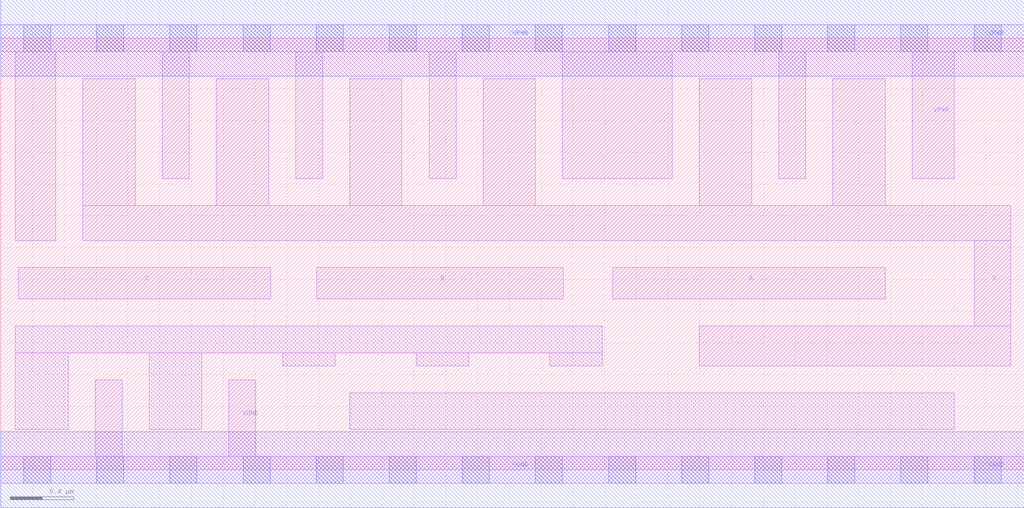
<source format=lef>
# Copyright 2020 The SkyWater PDK Authors
#
# Licensed under the Apache License, Version 2.0 (the "License");
# you may not use this file except in compliance with the License.
# You may obtain a copy of the License at
#
#     https://www.apache.org/licenses/LICENSE-2.0
#
# Unless required by applicable law or agreed to in writing, software
# distributed under the License is distributed on an "AS IS" BASIS,
# WITHOUT WARRANTIES OR CONDITIONS OF ANY KIND, either express or implied.
# See the License for the specific language governing permissions and
# limitations under the License.
#
# SPDX-License-Identifier: Apache-2.0

VERSION 5.7 ;
  NAMESCASESENSITIVE ON ;
  NOWIREEXTENSIONATPIN ON ;
  DIVIDERCHAR "/" ;
  BUSBITCHARS "[]" ;
UNITS
  DATABASE MICRONS 200 ;
END UNITS
MACRO sky130_fd_sc_hd__nand3_4
  CLASS CORE ;
  SOURCE USER ;
  FOREIGN sky130_fd_sc_hd__nand3_4 ;
  ORIGIN  0.000000  0.000000 ;
  SIZE  6.440000 BY  2.720000 ;
  SYMMETRY X Y R90 ;
  SITE unithd ;
  PIN A
    ANTENNAGATEAREA  0.990000 ;
    DIRECTION INPUT ;
    USE SIGNAL ;
    PORT
      LAYER li1 ;
        RECT 3.850000 1.075000 5.565000 1.275000 ;
    END
  END A
  PIN B
    ANTENNAGATEAREA  0.990000 ;
    DIRECTION INPUT ;
    USE SIGNAL ;
    PORT
      LAYER li1 ;
        RECT 1.990000 1.075000 3.540000 1.275000 ;
    END
  END B
  PIN C
    ANTENNAGATEAREA  0.990000 ;
    DIRECTION INPUT ;
    USE SIGNAL ;
    PORT
      LAYER li1 ;
        RECT 0.110000 1.075000 1.700000 1.275000 ;
    END
  END C
  PIN Y
    ANTENNADIFFAREA  1.971000 ;
    DIRECTION OUTPUT ;
    USE SIGNAL ;
    PORT
      LAYER li1 ;
        RECT 0.515000 1.445000 6.355000 1.665000 ;
        RECT 0.515000 1.665000 0.845000 2.465000 ;
        RECT 1.355000 1.665000 1.685000 2.465000 ;
        RECT 2.195000 1.665000 2.525000 2.465000 ;
        RECT 3.035000 1.665000 3.365000 2.465000 ;
        RECT 4.395000 0.655000 6.355000 0.905000 ;
        RECT 4.395000 1.665000 4.725000 2.465000 ;
        RECT 5.235000 1.665000 5.565000 2.465000 ;
        RECT 6.125000 0.905000 6.355000 1.445000 ;
    END
  END Y
  PIN VGND
    DIRECTION INOUT ;
    SHAPE ABUTMENT ;
    USE GROUND ;
    PORT
      LAYER li1 ;
        RECT 0.000000 -0.085000 6.440000 0.085000 ;
        RECT 0.595000  0.085000 0.765000 0.565000 ;
        RECT 1.435000  0.085000 1.605000 0.565000 ;
      LAYER mcon ;
        RECT 0.145000 -0.085000 0.315000 0.085000 ;
        RECT 0.605000 -0.085000 0.775000 0.085000 ;
        RECT 1.065000 -0.085000 1.235000 0.085000 ;
        RECT 1.525000 -0.085000 1.695000 0.085000 ;
        RECT 1.985000 -0.085000 2.155000 0.085000 ;
        RECT 2.445000 -0.085000 2.615000 0.085000 ;
        RECT 2.905000 -0.085000 3.075000 0.085000 ;
        RECT 3.365000 -0.085000 3.535000 0.085000 ;
        RECT 3.825000 -0.085000 3.995000 0.085000 ;
        RECT 4.285000 -0.085000 4.455000 0.085000 ;
        RECT 4.745000 -0.085000 4.915000 0.085000 ;
        RECT 5.205000 -0.085000 5.375000 0.085000 ;
        RECT 5.665000 -0.085000 5.835000 0.085000 ;
        RECT 6.125000 -0.085000 6.295000 0.085000 ;
      LAYER met1 ;
        RECT 0.000000 -0.240000 6.440000 0.240000 ;
    END
  END VGND
  PIN VPWR
    DIRECTION INOUT ;
    SHAPE ABUTMENT ;
    USE POWER ;
    PORT
      LAYER li1 ;
        RECT 0.000000 2.635000 6.440000 2.805000 ;
        RECT 0.090000 1.445000 0.345000 2.635000 ;
        RECT 1.015000 1.835000 1.185000 2.635000 ;
        RECT 1.855000 1.835000 2.025000 2.635000 ;
        RECT 2.695000 1.835000 2.865000 2.635000 ;
        RECT 3.535000 1.835000 4.225000 2.635000 ;
        RECT 4.895000 1.835000 5.065000 2.635000 ;
        RECT 5.735000 1.835000 6.000000 2.635000 ;
      LAYER mcon ;
        RECT 0.145000 2.635000 0.315000 2.805000 ;
        RECT 0.605000 2.635000 0.775000 2.805000 ;
        RECT 1.065000 2.635000 1.235000 2.805000 ;
        RECT 1.525000 2.635000 1.695000 2.805000 ;
        RECT 1.985000 2.635000 2.155000 2.805000 ;
        RECT 2.445000 2.635000 2.615000 2.805000 ;
        RECT 2.905000 2.635000 3.075000 2.805000 ;
        RECT 3.365000 2.635000 3.535000 2.805000 ;
        RECT 3.825000 2.635000 3.995000 2.805000 ;
        RECT 4.285000 2.635000 4.455000 2.805000 ;
        RECT 4.745000 2.635000 4.915000 2.805000 ;
        RECT 5.205000 2.635000 5.375000 2.805000 ;
        RECT 5.665000 2.635000 5.835000 2.805000 ;
        RECT 6.125000 2.635000 6.295000 2.805000 ;
      LAYER met1 ;
        RECT 0.000000 2.480000 6.440000 2.960000 ;
    END
  END VPWR
  OBS
    LAYER li1 ;
      RECT 0.090000 0.255000 0.425000 0.735000 ;
      RECT 0.090000 0.735000 3.785000 0.905000 ;
      RECT 0.935000 0.255000 1.265000 0.735000 ;
      RECT 1.775000 0.655000 2.105000 0.735000 ;
      RECT 2.195000 0.255000 6.000000 0.485000 ;
      RECT 2.615000 0.655000 2.945000 0.735000 ;
      RECT 3.455000 0.655000 3.785000 0.735000 ;
  END
END sky130_fd_sc_hd__nand3_4
END LIBRARY

</source>
